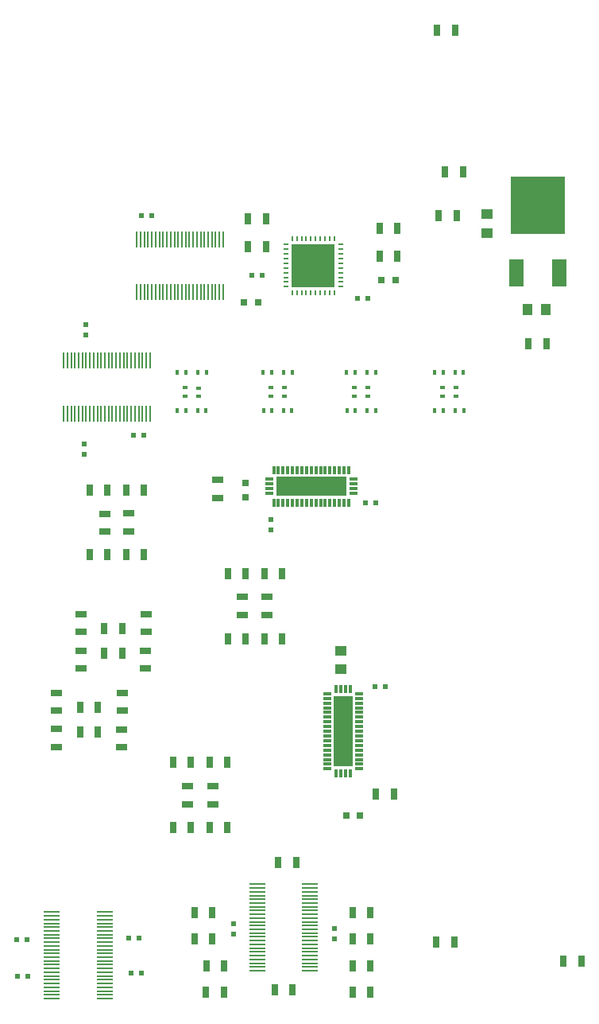
<source format=gtp>
%TF.GenerationSoftware,KiCad,Pcbnew,4.0.6*%
%TF.CreationDate,2017-07-29T17:48:31+03:00*%
%TF.ProjectId,FMC_MIPI_v1,464D435F4D4950495F76312E6B696361,rev?*%
%TF.FileFunction,Paste,Top*%
%FSLAX46Y46*%
G04 Gerber Fmt 4.6, Leading zero omitted, Abs format (unit mm)*
G04 Created by KiCad (PCBNEW 4.0.6) date 07/29/17 17:48:31*
%MOMM*%
%LPD*%
G01*
G04 APERTURE LIST*
%ADD10C,0.100000*%
%ADD11R,0.400000X0.600000*%
%ADD12R,0.600000X0.400000*%
%ADD13R,0.700000X1.300000*%
%ADD14R,1.300000X0.700000*%
%ADD15R,0.228600X1.676400*%
%ADD16R,0.848360X0.299720*%
%ADD17R,0.299720X0.848360*%
%ADD18R,2.049780X7.548880*%
%ADD19C,0.508000*%
%ADD20R,0.254000X0.609600*%
%ADD21R,0.609600X0.254000*%
%ADD22R,4.597400X4.597400*%
%ADD23R,1.676400X0.228600*%
%ADD24R,1.000000X1.250000*%
%ADD25R,1.250000X1.000000*%
%ADD26R,0.800000X0.750000*%
%ADD27R,0.600000X0.500000*%
%ADD28R,0.500000X0.600000*%
%ADD29R,7.548880X2.049780*%
%ADD30R,0.750000X0.800000*%
%ADD31R,1.597660X2.999740*%
%ADD32R,5.798820X6.197600*%
G04 APERTURE END LIST*
D10*
D11*
X141851800Y-75412600D03*
X140951800Y-75412600D03*
D12*
X143205200Y-73906800D03*
X143205200Y-73006800D03*
D11*
X141851800Y-71340880D03*
X140951800Y-71340880D03*
D12*
X141757400Y-73906800D03*
X141757400Y-73006800D03*
D11*
X143110800Y-71340880D03*
X144010800Y-71340880D03*
X143136200Y-75412600D03*
X144036200Y-75412600D03*
X132479200Y-75412600D03*
X131579200Y-75412600D03*
X133738200Y-75412600D03*
X134638200Y-75412600D03*
D12*
X133832600Y-73906800D03*
X133832600Y-73006800D03*
D11*
X132453800Y-71340880D03*
X131553800Y-71340880D03*
X133738200Y-71348600D03*
X134638200Y-71348600D03*
D12*
X132359400Y-73906800D03*
X132359400Y-73006800D03*
D13*
X143088400Y-34975800D03*
X141188400Y-34975800D03*
X114935000Y-119811800D03*
X113035000Y-119811800D03*
X116967000Y-119786400D03*
X118867000Y-119786400D03*
D14*
X100634800Y-107340400D03*
X100634800Y-105440400D03*
X100660200Y-109321600D03*
X100660200Y-111221600D03*
X103225600Y-98958400D03*
X103225600Y-97058400D03*
X103225600Y-100990400D03*
X103225600Y-102890400D03*
D13*
X106070400Y-83921600D03*
X104170400Y-83921600D03*
X108051600Y-83896200D03*
X109951600Y-83896200D03*
X120777000Y-92811600D03*
X118877000Y-92811600D03*
X122783600Y-92811600D03*
X124683600Y-92811600D03*
D14*
X114630200Y-115407400D03*
X114630200Y-117307400D03*
X117271800Y-115407400D03*
X117271800Y-117307400D03*
D13*
X114935000Y-112877600D03*
X113035000Y-112877600D03*
X116956800Y-112877600D03*
X118856800Y-112877600D03*
X105054400Y-107031400D03*
X103154400Y-107031400D03*
X105054400Y-109626400D03*
X103154400Y-109626400D03*
D14*
X107619800Y-107365800D03*
X107619800Y-105465800D03*
X107594400Y-109347000D03*
X107594400Y-111247000D03*
D13*
X107645200Y-98653600D03*
X105745200Y-98653600D03*
X107619800Y-101269800D03*
X105719800Y-101269800D03*
D14*
X110159800Y-98958400D03*
X110159800Y-97058400D03*
X110134400Y-100965000D03*
X110134400Y-102865000D03*
X105791000Y-88290400D03*
X105791000Y-86390400D03*
X108356400Y-88265000D03*
X108356400Y-86365000D03*
D13*
X106070400Y-90754200D03*
X104170400Y-90754200D03*
X108051600Y-90779600D03*
X109951600Y-90779600D03*
D14*
X120472200Y-97155000D03*
X120472200Y-95255000D03*
X123088400Y-97155000D03*
X123088400Y-95255000D03*
D13*
X120777000Y-99720400D03*
X118877000Y-99720400D03*
X122800000Y-99745800D03*
X124700000Y-99745800D03*
D15*
X110594140Y-70104000D03*
X110192820Y-70104000D03*
X109794040Y-70104000D03*
X109392720Y-70104000D03*
X108993940Y-70104000D03*
X108592620Y-70104000D03*
X108193840Y-70104000D03*
X107792520Y-70104000D03*
X107393740Y-70104000D03*
X106992420Y-70104000D03*
X106593640Y-70104000D03*
X106192320Y-70104000D03*
X105796080Y-70104000D03*
X105394760Y-70104000D03*
X104995980Y-70104000D03*
X104594660Y-70104000D03*
X104195880Y-70104000D03*
X103794560Y-70104000D03*
X103395780Y-70104000D03*
X102994460Y-70104000D03*
X102595680Y-70104000D03*
X102194360Y-70104000D03*
X101795580Y-70104000D03*
X101394260Y-70104000D03*
X101394260Y-75742800D03*
X101795580Y-75742800D03*
X102194360Y-75742800D03*
X102595680Y-75742800D03*
X102994460Y-75742800D03*
X103395780Y-75742800D03*
X103794560Y-75742800D03*
X104195880Y-75742800D03*
X104594660Y-75742800D03*
X104995980Y-75742800D03*
X105394760Y-75742800D03*
X105796080Y-75742800D03*
X106192320Y-75742800D03*
X106593640Y-75742800D03*
X106992420Y-75742800D03*
X107393740Y-75742800D03*
X107792520Y-75742800D03*
X108193840Y-75742800D03*
X108592620Y-75742800D03*
X108993940Y-75742800D03*
X109392720Y-75742800D03*
X109794040Y-75742800D03*
X110192820Y-75742800D03*
X110594140Y-75742800D03*
D16*
X132925000Y-113549360D03*
X132925000Y-113048980D03*
X132925000Y-112551140D03*
X132925000Y-112050760D03*
X132925000Y-111550380D03*
X132925000Y-111050000D03*
X132925000Y-110549620D03*
X132925000Y-110049240D03*
X132925000Y-109551400D03*
X132925000Y-109053560D03*
X132925000Y-108553180D03*
X132925000Y-108052800D03*
X132925000Y-107552420D03*
X132925000Y-107052040D03*
X132925000Y-106551660D03*
X132925000Y-106053820D03*
X132925000Y-105553440D03*
D17*
X131949640Y-105078460D03*
X131449260Y-105078460D03*
X130951420Y-105078460D03*
X130451040Y-105078460D03*
D16*
X129475680Y-105553440D03*
X129475680Y-106053820D03*
X129475680Y-106551660D03*
X129475680Y-107052040D03*
X129475680Y-107552420D03*
X129475680Y-108052800D03*
X129475680Y-108553180D03*
X129475680Y-109053560D03*
X129475680Y-109551400D03*
X129475680Y-110049240D03*
X129475680Y-110549620D03*
X129475680Y-111050000D03*
X129475680Y-111550380D03*
X129475680Y-112050760D03*
X129475680Y-112551140D03*
X129475680Y-113048980D03*
X129475680Y-113549360D03*
D17*
X130451040Y-114024340D03*
X130951420Y-114024340D03*
X131449260Y-114024340D03*
X131949640Y-114024340D03*
D18*
X131200340Y-109551400D03*
D19*
X131606740Y-106401800D03*
X131606740Y-107189200D03*
X131606740Y-107976600D03*
X131606740Y-108764000D03*
X131606740Y-109551400D03*
X131606740Y-110338800D03*
X131606740Y-111126200D03*
X131606740Y-111913600D03*
X131606740Y-112701000D03*
X130793940Y-106401800D03*
X130793940Y-107189200D03*
X130793940Y-107976600D03*
X130793940Y-108764000D03*
X130793940Y-109551400D03*
X130793940Y-110338800D03*
X130793940Y-111126200D03*
X130793940Y-111913600D03*
X130793940Y-112701000D03*
D20*
X130247900Y-57104400D03*
X129747520Y-57104400D03*
X129249680Y-57104400D03*
X128749300Y-57104400D03*
X128248920Y-57104400D03*
X127751080Y-57104400D03*
X127250700Y-57104400D03*
X126750320Y-57104400D03*
X126252480Y-57104400D03*
X125752100Y-57104400D03*
D21*
X125104400Y-57752100D03*
X125104400Y-58252480D03*
X125104400Y-58750320D03*
X125104400Y-59250700D03*
X125104400Y-59751080D03*
X125104400Y-60248920D03*
X125104400Y-60749300D03*
X125104400Y-61249680D03*
X125104400Y-61747520D03*
X125104400Y-62247900D03*
D20*
X125752100Y-62895600D03*
X126252480Y-62895600D03*
X126750320Y-62895600D03*
X127250700Y-62895600D03*
X127751080Y-62895600D03*
X128248920Y-62895600D03*
X128749300Y-62895600D03*
X129249680Y-62895600D03*
X129747520Y-62895600D03*
X130247900Y-62895600D03*
D21*
X130895600Y-62247900D03*
X130895600Y-61747520D03*
X130895600Y-61249680D03*
X130895600Y-60749300D03*
X130895600Y-60248920D03*
X130895600Y-59751080D03*
X130895600Y-59250700D03*
X130895600Y-58750320D03*
X130895600Y-58252480D03*
X130895600Y-57752100D03*
D22*
X128000000Y-60000000D03*
D11*
X115704200Y-71340880D03*
X116604200Y-71340880D03*
X114419800Y-71340880D03*
X113519800Y-71340880D03*
D12*
X115773200Y-73932200D03*
X115773200Y-73032200D03*
X114325400Y-73906800D03*
X114325400Y-73006800D03*
D11*
X115678800Y-75412600D03*
X116578800Y-75412600D03*
X114419800Y-75412600D03*
X113519800Y-75412600D03*
X124848200Y-71340880D03*
X125748200Y-71340880D03*
X123563800Y-71340880D03*
X122663800Y-71340880D03*
D12*
X124917200Y-73906800D03*
X124917200Y-73006800D03*
X123469400Y-73906800D03*
X123469400Y-73006800D03*
D11*
X124822800Y-75387200D03*
X125722800Y-75387200D03*
X123589200Y-75412600D03*
X122689200Y-75412600D03*
D15*
X118399780Y-57180600D03*
X117998460Y-57180600D03*
X117599680Y-57180600D03*
X117198360Y-57180600D03*
X116799580Y-57180600D03*
X116398260Y-57180600D03*
X115999480Y-57180600D03*
X115598160Y-57180600D03*
X115199380Y-57180600D03*
X114798060Y-57180600D03*
X114399280Y-57180600D03*
X113997960Y-57180600D03*
X113601720Y-57180600D03*
X113200400Y-57180600D03*
X112801620Y-57180600D03*
X112400300Y-57180600D03*
X112001520Y-57180600D03*
X111600200Y-57180600D03*
X111201420Y-57180600D03*
X110800100Y-57180600D03*
X110401320Y-57180600D03*
X110000000Y-57180600D03*
X109601220Y-57180600D03*
X109199900Y-57180600D03*
X109199900Y-62819400D03*
X109601220Y-62819400D03*
X110000000Y-62819400D03*
X110401320Y-62819400D03*
X110800100Y-62819400D03*
X111201420Y-62819400D03*
X111600200Y-62819400D03*
X112001520Y-62819400D03*
X112400300Y-62819400D03*
X112801620Y-62819400D03*
X113200400Y-62819400D03*
X113601720Y-62819400D03*
X113997960Y-62819400D03*
X114399280Y-62819400D03*
X114798060Y-62819400D03*
X115199380Y-62819400D03*
X115598160Y-62819400D03*
X115999480Y-62819400D03*
X116398260Y-62819400D03*
X116799580Y-62819400D03*
X117198360Y-62819400D03*
X117599680Y-62819400D03*
X117998460Y-62819400D03*
X118399780Y-62819400D03*
D23*
X127650000Y-135025300D03*
X127650000Y-134623980D03*
X127650000Y-134225200D03*
X127650000Y-133823880D03*
X127650000Y-133425100D03*
X127650000Y-133023780D03*
X127650000Y-132625000D03*
X127650000Y-132223680D03*
X127650000Y-131824900D03*
X127650000Y-131423580D03*
X127650000Y-131024800D03*
X127650000Y-130623480D03*
X127650000Y-130227240D03*
X127650000Y-129825920D03*
X127650000Y-129427140D03*
X127650000Y-129025820D03*
X127650000Y-128627040D03*
X127650000Y-128225720D03*
X127650000Y-127826940D03*
X127650000Y-127425620D03*
X127650000Y-127026840D03*
X127650000Y-126625520D03*
X127650000Y-126226740D03*
X127650000Y-125825420D03*
X122011200Y-125825420D03*
X122011200Y-126226740D03*
X122011200Y-126625520D03*
X122011200Y-127026840D03*
X122011200Y-127425620D03*
X122011200Y-127826940D03*
X122011200Y-128225720D03*
X122011200Y-128627040D03*
X122011200Y-129025820D03*
X122011200Y-129427140D03*
X122011200Y-129825920D03*
X122011200Y-130227240D03*
X122011200Y-130623480D03*
X122011200Y-131024800D03*
X122011200Y-131423580D03*
X122011200Y-131824900D03*
X122011200Y-132223680D03*
X122011200Y-132625000D03*
X122011200Y-133023780D03*
X122011200Y-133425100D03*
X122011200Y-133823880D03*
X122011200Y-134225200D03*
X122011200Y-134623980D03*
X122011200Y-135025300D03*
D13*
X117256600Y-128879600D03*
X115356600Y-128879600D03*
X117231200Y-131673600D03*
X115331200Y-131673600D03*
X118501200Y-134493000D03*
X116601200Y-134493000D03*
X118475800Y-137287000D03*
X116575800Y-137287000D03*
X123891000Y-137099000D03*
X125791000Y-137099000D03*
X124272000Y-123510000D03*
X126172000Y-123510000D03*
X134096800Y-137287000D03*
X132196800Y-137287000D03*
X134086600Y-134493000D03*
X132186600Y-134493000D03*
X134086600Y-131673600D03*
X132186600Y-131673600D03*
X134071400Y-128879600D03*
X132171400Y-128879600D03*
X134686000Y-116205000D03*
X136586000Y-116205000D03*
D14*
X117830600Y-84693800D03*
X117830600Y-82793800D03*
D23*
X100126800Y-128790700D03*
X100126800Y-129192020D03*
X100126800Y-129590800D03*
X100126800Y-129992120D03*
X100126800Y-130390900D03*
X100126800Y-130792220D03*
X100126800Y-131191000D03*
X100126800Y-131592320D03*
X100126800Y-131991100D03*
X100126800Y-132392420D03*
X100126800Y-132791200D03*
X100126800Y-133192520D03*
X100126800Y-133588760D03*
X100126800Y-133990080D03*
X100126800Y-134388860D03*
X100126800Y-134790180D03*
X100126800Y-135188960D03*
X100126800Y-135590280D03*
X100126800Y-135989060D03*
X100126800Y-136390380D03*
X100126800Y-136789160D03*
X100126800Y-137190480D03*
X100126800Y-137589260D03*
X100126800Y-137990580D03*
X105765600Y-137990580D03*
X105765600Y-137589260D03*
X105765600Y-137190480D03*
X105765600Y-136789160D03*
X105765600Y-136390380D03*
X105765600Y-135989060D03*
X105765600Y-135590280D03*
X105765600Y-135188960D03*
X105765600Y-134790180D03*
X105765600Y-134388860D03*
X105765600Y-133990080D03*
X105765600Y-133588760D03*
X105765600Y-133192520D03*
X105765600Y-132791200D03*
X105765600Y-132392420D03*
X105765600Y-131991100D03*
X105765600Y-131592320D03*
X105765600Y-131191000D03*
X105765600Y-130792220D03*
X105765600Y-130390900D03*
X105765600Y-129992120D03*
X105765600Y-129590800D03*
X105765600Y-129192020D03*
X105765600Y-128790700D03*
D13*
X121050000Y-58000000D03*
X122950000Y-58000000D03*
X121050000Y-55000000D03*
X122950000Y-55000000D03*
X135050000Y-56000000D03*
X136950000Y-56000000D03*
X135050000Y-59000000D03*
X136950000Y-59000000D03*
X143950000Y-50000000D03*
X142050000Y-50000000D03*
D24*
X152800000Y-64700000D03*
X150800000Y-64700000D03*
D25*
X146550000Y-54499000D03*
X146550000Y-56499000D03*
D13*
X152825000Y-68350000D03*
X150925000Y-68350000D03*
X143012200Y-132003800D03*
X141112200Y-132003800D03*
X154665600Y-134010400D03*
X156565600Y-134010400D03*
D26*
X135250000Y-61500000D03*
X136750000Y-61500000D03*
X122136600Y-63931800D03*
X120636600Y-63931800D03*
D27*
X122550000Y-61000000D03*
X121450000Y-61000000D03*
X132700000Y-63500000D03*
X133800000Y-63500000D03*
D13*
X141391600Y-54660800D03*
X143291600Y-54660800D03*
D27*
X96436000Y-131724400D03*
X97536000Y-131724400D03*
D28*
X119532400Y-130006000D03*
X119532400Y-131106000D03*
D27*
X109465200Y-131597400D03*
X108365200Y-131597400D03*
D28*
X130251200Y-130564800D03*
X130251200Y-131664800D03*
D17*
X123789240Y-85211060D03*
X124289620Y-85211060D03*
X124787460Y-85211060D03*
X125287840Y-85211060D03*
X125788220Y-85211060D03*
X126288600Y-85211060D03*
X126788980Y-85211060D03*
X127289360Y-85211060D03*
X127787200Y-85211060D03*
X128285040Y-85211060D03*
X128785420Y-85211060D03*
X129285800Y-85211060D03*
X129786180Y-85211060D03*
X130286560Y-85211060D03*
X130786940Y-85211060D03*
X131284780Y-85211060D03*
X131785160Y-85211060D03*
D16*
X132260140Y-84235700D03*
X132260140Y-83735320D03*
X132260140Y-83237480D03*
X132260140Y-82737100D03*
D17*
X131785160Y-81761740D03*
X131284780Y-81761740D03*
X130786940Y-81761740D03*
X130286560Y-81761740D03*
X129786180Y-81761740D03*
X129285800Y-81761740D03*
X128785420Y-81761740D03*
X128285040Y-81761740D03*
X127787200Y-81761740D03*
X127289360Y-81761740D03*
X126788980Y-81761740D03*
X126288600Y-81761740D03*
X125788220Y-81761740D03*
X125287840Y-81761740D03*
X124787460Y-81761740D03*
X124289620Y-81761740D03*
X123789240Y-81761740D03*
D16*
X123314260Y-82737100D03*
X123314260Y-83237480D03*
X123314260Y-83735320D03*
X123314260Y-84235700D03*
D29*
X127787200Y-83486400D03*
D19*
X130936800Y-83892800D03*
X130149400Y-83892800D03*
X129362000Y-83892800D03*
X128574600Y-83892800D03*
X127787200Y-83892800D03*
X126999800Y-83892800D03*
X126212400Y-83892800D03*
X125425000Y-83892800D03*
X124637600Y-83892800D03*
X130936800Y-83080000D03*
X130149400Y-83080000D03*
X129362000Y-83080000D03*
X128574600Y-83080000D03*
X127787200Y-83080000D03*
X126999800Y-83080000D03*
X126212400Y-83080000D03*
X125425000Y-83080000D03*
X124637600Y-83080000D03*
D28*
X103784400Y-66252000D03*
X103784400Y-67352000D03*
X103606600Y-80077400D03*
X103606600Y-78977400D03*
D27*
X109660600Y-54686200D03*
X110760600Y-54686200D03*
D30*
X120802400Y-84620800D03*
X120802400Y-83120800D03*
D28*
X123494800Y-87054600D03*
X123494800Y-88154600D03*
D27*
X133587400Y-85267800D03*
X134687400Y-85267800D03*
D25*
X130962400Y-102955600D03*
X130962400Y-100955600D03*
D26*
X133007800Y-118516400D03*
X131507800Y-118516400D03*
D27*
X134603400Y-104800400D03*
X135703400Y-104800400D03*
X96478000Y-135585200D03*
X97578000Y-135585200D03*
X109668400Y-135305800D03*
X108568400Y-135305800D03*
X109922400Y-78079600D03*
X108822400Y-78079600D03*
D31*
X149671620Y-60743060D03*
D32*
X151950000Y-53565020D03*
D31*
X154228380Y-60743060D03*
M02*

</source>
